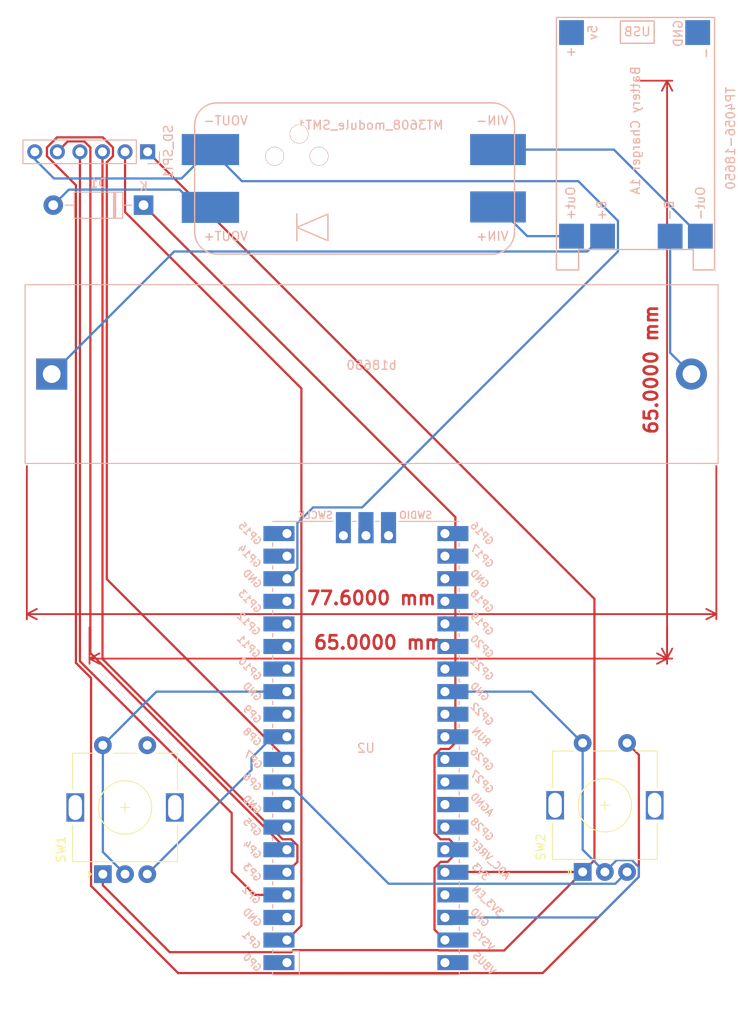
<source format=kicad_pcb>
(kicad_pcb (version 20221018) (generator pcbnew)
  (layers (0 "F.Cu" signal) (31 "B.Cu" signal) (34 "B.Paste" user) (35 "F.Paste" user) (36 "B.SilkS" user "B.Silkscreen") (37 "F.SilkS" user "F.Silkscreen") (38 "B.Mask" user) (39 "F.Mask" user) (44 "Edge.Cuts" user))
  (net 0 "")
  (net 1 "Net-(D1-K)")
  (net 2 "+5V")
  (net 3 "Net-(MT3608_module_SMT1-VIN+)")
  (net 4 "Net-(MT3608_module_SMT1-VIN-)")
  (net 5 "GND")
  (net 8 "Net-(TP4056-18650-B+)")
  (net 9 "Net-(TP4056-18650-B-)")
  (net 36 "+3.3V")
  (net 37 "Net-(SD_SPI1-MISO)")
  (net 38 "Net-(SD_SPI1-CLK)")
  (net 39 "Net-(SD_SPI1-MOSI)")
  (net 40 "Net-(SD_SPI1-cs)")
  (net 41 "Net-(U2-GPIO8)")
  (net 42 "Net-(U2-GPIO9)")
  (net 43 "Net-(U2-GPIO6)")
  (net 44 "Net-(U2-GPIO7)")
  (footprint "Rotary_Encoder:RotaryEncoder_Alps_EC11E-Switch_Vertical_H20mm" (layer "F.Cu") (at 113.5 151.25 90)
    (fp_text reference "SW1" (at 2.8 -4.7 90) (layer "F.SilkS"))
    (fp_text value "RotaryEncoder_Switch")
    (fp_line (start -0.3 -1.6) (end 0.3 -1.6) (stroke (width 0.12)) (layer "F.SilkS"))
    (fp_line (start 0 -1.3) (end -0.3 -1.6) (stroke (width 0.12)) (layer "F.SilkS"))
    (fp_line (start 0.3 -1.6) (end 0 -1.3) (stroke (width 0.12)) (layer "F.SilkS"))
    (fp_line (start 1.4 -3.4) (end 1.4 8.4) (stroke (width 0.12)) (layer "F.SilkS"))
    (fp_line (start 5.5 -3.4) (end 1.4 -3.4) (stroke (width 0.12)) (layer "F.SilkS"))
    (fp_line (start 5.5 8.4) (end 1.4 8.4) (stroke (width 0.12)) (layer "F.SilkS"))
    (fp_line (start 7 2.5) (end 8 2.5) (stroke (width 0.12)) (layer "F.SilkS"))
    (fp_line (start 7.5 2) (end 7.5 3) (stroke (width 0.12)) (layer "F.SilkS"))
    (fp_line (start 9.5 -3.4) (end 13.6 -3.4) (stroke (width 0.12)) (layer "F.SilkS"))
    (fp_line (start 13.6 -3.4) (end 13.6 -1) (stroke (width 0.12)) (layer "F.SilkS"))
    (fp_line (start 13.6 1.2) (end 13.6 3.8) (stroke (width 0.12)) (layer "F.SilkS"))
    (fp_line (start 13.6 6) (end 13.6 8.4) (stroke (width 0.12)) (layer "F.SilkS"))
    (fp_line (start 13.6 8.4) (end 9.5 8.4) (stroke (width 0.12)) (layer "F.SilkS"))
    (fp_circle (center 7.5 2.5) (end 10.5 2.5) (stroke (width 0.12)) (fill none) (layer "F.SilkS"))
    (pad "A" thru_hole rect (at 0 0 90) (size 2 2) (drill 1) (layers "*.Cu" "*.Mask") (net 36 "+3.3V"))
    (pad "B" thru_hole circle (at 0 5 90) (size 2 2) (drill 1) (layers "*.Cu" "*.Mask") (net 41 "Net-(U2-GPIO8)"))
    (pad "C" thru_hole circle (at 0 2.5 90) (size 2 2) (drill 1) (layers "*.Cu" "*.Mask") (net 5 "GND"))
    (pad "MP" thru_hole rect (at 7.5 -3.1 90) (size 3.2 2) (drill oval 2.8 1.5) (layers "*.Cu" "*.Mask"))
    (pad "MP" thru_hole rect (at 7.5 8.1 90) (size 3.2 2) (drill oval 2.8 1.5) (layers "*.Cu" "*.Mask"))
    (pad "S1" thru_hole circle (at 14.5 5 90) (size 2 2) (drill 1) (layers "*.Cu" "*.Mask") (net 42 "Net-(U2-GPIO9)"))
    (pad "S2" thru_hole circle (at 14.5 0 90) (size 2 2) (drill 1) (layers "*.Cu" "*.Mask") (net 5 "GND"))
  )
  (footprint "Rotary_Encoder:RotaryEncoder_Alps_EC11E-Switch_Vertical_H20mm" (layer "F.Cu") (at 167.5 151 90)
    (fp_text reference "SW2" (at 2.8 -4.7 90) (layer "F.SilkS"))
    (fp_text value "RotaryEncoder_Switch")
    (fp_line (start -0.3 -1.6) (end 0.3 -1.6) (stroke (width 0.12)) (layer "F.SilkS"))
    (fp_line (start 0 -1.3) (end -0.3 -1.6) (stroke (width 0.12)) (layer "F.SilkS"))
    (fp_line (start 0.3 -1.6) (end 0 -1.3) (stroke (width 0.12)) (layer "F.SilkS"))
    (fp_line (start 1.4 -3.4) (end 1.4 8.4) (stroke (width 0.12)) (layer "F.SilkS"))
    (fp_line (start 5.5 -3.4) (end 1.4 -3.4) (stroke (width 0.12)) (layer "F.SilkS"))
    (fp_line (start 5.5 8.4) (end 1.4 8.4) (stroke (width 0.12)) (layer "F.SilkS"))
    (fp_line (start 7 2.5) (end 8 2.5) (stroke (width 0.12)) (layer "F.SilkS"))
    (fp_line (start 7.5 2) (end 7.5 3) (stroke (width 0.12)) (layer "F.SilkS"))
    (fp_line (start 9.5 -3.4) (end 13.6 -3.4) (stroke (width 0.12)) (layer "F.SilkS"))
    (fp_line (start 13.6 -3.4) (end 13.6 -1) (stroke (width 0.12)) (layer "F.SilkS"))
    (fp_line (start 13.6 1.2) (end 13.6 3.8) (stroke (width 0.12)) (layer "F.SilkS"))
    (fp_line (start 13.6 6) (end 13.6 8.4) (stroke (width 0.12)) (layer "F.SilkS"))
    (fp_line (start 13.6 8.4) (end 9.5 8.4) (stroke (width 0.12)) (layer "F.SilkS"))
    (fp_circle (center 7.5 2.5) (end 10.5 2.5) (stroke (width 0.12)) (fill none) (layer "F.SilkS"))
    (pad "A" thru_hole rect (at 0 0 90) (size 2 2) (drill 1) (layers "*.Cu" "*.Mask") (net 36 "+3.3V"))
    (pad "B" thru_hole circle (at 0 5 90) (size 2 2) (drill 1) (layers "*.Cu" "*.Mask") (net 43 "Net-(U2-GPIO6)"))
    (pad "C" thru_hole circle (at 0 2.5 90) (size 2 2) (drill 1) (layers "*.Cu" "*.Mask") (net 5 "GND"))
    (pad "MP" thru_hole rect (at 7.5 -3.1 90) (size 3.2 2) (drill oval 2.8 1.5) (layers "*.Cu" "*.Mask"))
    (pad "MP" thru_hole rect (at 7.5 8.1 90) (size 3.2 2) (drill oval 2.8 1.5) (layers "*.Cu" "*.Mask"))
    (pad "S1" thru_hole circle (at 14.5 5 90) (size 2 2) (drill 1) (layers "*.Cu" "*.Mask") (net 44 "Net-(U2-GPIO7)"))
    (pad "S2" thru_hole circle (at 14.5 0 90) (size 2 2) (drill 1) (layers "*.Cu" "*.Mask") (net 5 "GND"))
  )
  (footprint "Diode_THT:D_DO-41_SOD81_P10.16mm_Horizontal" (layer "B.Cu") (at 118.08 76 180)
    (fp_text reference "D1" (at 5.08 2.47) (layer "B.SilkS") (effects (justify mirror)))
    (fp_text value "D_Schottky")
    (fp_text user "K" (at 0 2.1) (layer "B.SilkS") (effects (justify mirror)))
    (fp_line (start 1.34 0) (end 2.36 0) (stroke (width 0.12)) (layer "B.SilkS"))
    (fp_line (start 2.36 -1.47) (end 7.8 -1.47) (stroke (width 0.12)) (layer "B.SilkS"))
    (fp_line (start 2.36 1.47) (end 2.36 -1.47) (stroke (width 0.12)) (layer "B.SilkS"))
    (fp_line (start 3.14 1.47) (end 3.14 -1.47) (stroke (width 0.12)) (layer "B.SilkS"))
    (fp_line (start 3.26 1.47) (end 3.26 -1.47) (stroke (width 0.12)) (layer "B.SilkS"))
    (fp_line (start 3.38 1.47) (end 3.38 -1.47) (stroke (width 0.12)) (layer "B.SilkS"))
    (fp_line (start 7.8 -1.47) (end 7.8 1.47) (stroke (width 0.12)) (layer "B.SilkS"))
    (fp_line (start 7.8 1.47) (end 2.36 1.47) (stroke (width 0.12)) (layer "B.SilkS"))
    (fp_line (start 8.82 0) (end 7.8 0) (stroke (width 0.12)) (layer "B.SilkS"))
    (pad "1" thru_hole rect (at 0 0 180) (size 2.2 2.2) (drill 1.1) (layers "*.Cu" "*.Mask") (net 1 "Net-(D1-K)"))
    (pad "2" thru_hole oval (at 10.16 0 180) (size 2.2 2.2) (drill 1.1) (layers "*.Cu" "*.Mask") (net 2 "+5V"))
  )
  (footprint "Battery:BatteryHolder_MPD_BH-18650-PC2" (layer "B.Cu") (at 107.745 95)
    (fp_text reference "b18650" (at 36 -1) (layer "B.SilkS") (effects (justify mirror)))
    (fp_text value "~")
    (fp_line (start -3 -10.05) (end -3 10.05) (stroke (width 0.12)) (layer "B.SilkS"))
    (fp_line (start -3 10.05) (end 75 10.05) (stroke (width 0.12)) (layer "B.SilkS"))
    (fp_line (start 75 -10.05) (end -3 -10.05) (stroke (width 0.12)) (layer "B.SilkS"))
    (fp_line (start 75 10.05) (end 75 -10.05) (stroke (width 0.12)) (layer "B.SilkS"))
    (pad "" np_thru_hole circle (at 8.645 0) (size 3.2 3.2) (drill 3.2) (layers "*.Cu" "*.Mask"))
    (pad "" np_thru_hole circle (at 64.255 0) (size 3.2 3.2) (drill 3.2) (layers "*.Cu" "*.Mask"))
    (pad "1" thru_hole rect (at 0 0) (size 3.5 3.5) (drill 2) (layers "*.Cu" "*.Mask") (net 8 "Net-(TP4056-18650-B+)"))
    (pad "2" thru_hole circle (at 72 0) (size 3.5 3.5) (drill 2) (layers "*.Cu" "*.Mask") (net 9 "Net-(TP4056-18650-B-)"))
  )
  (footprint "Library:RPi_Pico_SMD_TH" (layer "B.Cu") (at 143.11 137.07)
    (fp_text reference "U2" (at 0 0) (layer "B.SilkS") (effects (justify mirror)))
    (fp_text value "Pico")
    (fp_text user "GP20" (at 13.054 -11.43 135) (layer "B.SilkS") (effects (font (size 0.8 0.8)) (justify mirror)))
    (fp_text user "GP16" (at 13.054 -24.13 135) (layer "B.SilkS") (effects (font (size 0.8 0.8)) (justify mirror)))
    (fp_text user "GP1" (at -12.9 21.6 135) (layer "B.SilkS") (effects (font (size 0.8 0.8)) (justify mirror)))
    (fp_text user "GP11" (at -13.2 -11.43 135) (layer "B.SilkS") (effects (font (size 0.8 0.8)) (justify mirror)))
    (fp_text user "GP5" (at -12.8 8.89 135) (layer "B.SilkS") (effects (font (size 0.8 0.8)) (justify mirror)))
    (fp_text user "SWDIO" (at 5.6 -26.2) (layer "B.SilkS") (effects (font (size 0.8 0.8)) (justify mirror)))
    (fp_text user "GND" (at 12.8 19.05 135) (layer "B.SilkS") (effects (font (size 0.8 0.8)) (justify mirror)))
    (fp_text user "GP17" (at 13.054 -21.59 135) (layer "B.SilkS") (effects (font (size 0.8 0.8)) (justify mirror)))
    (fp_text user "3V3_EN" (at 13.7 17.2 135) (layer "B.SilkS") (effects (font (size 0.8 0.8)) (justify mirror)))
    (fp_text user "GND" (at -12.8 6.35 135) (layer "B.SilkS") (effects (font (size 0.8 0.8)) (justify mirror)))
    (fp_text user "GP4" (at -12.8 11.43 135) (layer "B.SilkS") (effects (font (size 0.8 0.8)) (justify mirror)))
    (fp_text user "GND" (at -12.8 19.05 135) (layer "B.SilkS") (effects (font (size 0.8 0.8)) (justify mirror)))
    (fp_text user "GP9" (at -12.8 -3.81 135) (layer "B.SilkS") (effects (font (size 0.8 0.8)) (justify mirror)))
    (fp_text user "GP21" (at 13.054 -8.9 135) (layer "B.SilkS") (effects (font (size 0.8 0.8)) (justify mirror)))
    (fp_text user "AGND" (at 13.054 6.35 135) (layer "B.SilkS") (effects (font (size 0.8 0.8)) (justify mirror)))
    (fp_text user "GP14" (at -13.1 -21.59 135) (layer "B.SilkS") (effects (font (size 0.8 0.8)) (justify mirror)))
    (fp_text user "RUN" (at 13 -1.27 135) (layer "B.SilkS") (effects (font (size 0.8 0.8)) (justify mirror)))
    (fp_text user "GP26" (at 13.054 1.27 135) (layer "B.SilkS") (effects (font (size 0.8 0.8)) (justify mirror)))
    (fp_text user "GP13" (at -13.054 -16.51 135) (layer "B.SilkS") (effects (font (size 0.8 0.8)) (justify mirror)))
    (fp_text user "GP22" (at 13.054 -3.81 135) (layer "B.SilkS") (effects (font (size 0.8 0.8)) (justify mirror)))
    (fp_text user "GP0" (at -12.8 24.13 135) (layer "B.SilkS") (effects (font (size 0.8 0.8)) (justify mirror)))
    (fp_text user "VSYS" (at 13.2 21.59 135) (layer "B.SilkS") (effects (font (size 0.8 0.8)) (justify mirror)))
    (fp_text user "GP2" (at -12.9 16.51 135) (layer "B.SilkS") (effects (font (size 0.8 0.8)) (justify mirror)))
    (fp_text user "GND" (at -12.8 -19.05 135) (layer "B.SilkS") (effects (font (size 0.8 0.8)) (justify mirror)))
    (fp_text user "ADC_VREF" (at 14 12.5 135) (layer "B.SilkS") (effects (font (size 0.8 0.8)) (justify mirror)))
    (fp_text user "GP18" (at 13.054 -16.51 135) (layer "B.SilkS") (effects (font (size 0.8 0.8)) (justify mirror)))
    (fp_text user "GP6" (at -12.8 3.81 135) (layer "B.SilkS") (effects (font (size 0.8 0.8)) (justify mirror)))
    (fp_text user "GP3" (at -12.8 13.97 135) (layer "B.SilkS") (effects (font (size 0.8 0.8)) (justify mirror)))
    (fp_text user "GP10" (at -13.054 -8.89 135) (layer "B.SilkS") (effects (font (size 0.8 0.8)) (justify mirror)))
    (fp_text user "3V3" (at 12.9 13.9 135) (layer "B.SilkS") (effects (font (size 0.8 0.8)) (justify mirror)))
    (fp_text user "GP28" (at 13.054 9.144 135) (layer "B.SilkS") (effects (font (size 0.8 0.8)) (justify mirror)))
    (fp_text user "GP7" (at -12.7 1.3 135) (layer "B.SilkS") (effects (font (size 0.8 0.8)) (justify mirror)))
    (fp_text user "VBUS" (at 13.3 24.2 135) (layer "B.SilkS") (effects (font (size 0.8 0.8)) (justify mirror)))
    (fp_text user "GP27" (at 13.054 3.8 135) (layer "B.SilkS") (effects (font (size 0.8 0.8)) (justify mirror)))
    (fp_text user "GND" (at 12.8 -19.05 135) (layer "B.SilkS") (effects (font (size 0.8 0.8)) (justify mirror)))
    (fp_text user "GP19" (at 13.054 -13.97 135) (layer "B.SilkS") (effects (font (size 0.8 0.8)) (justify mirror)))
    (fp_text user "GP15" (at -13.054 -24.13 135) (layer "B.SilkS") (effects (font (size 0.8 0.8)) (justify mirror)))
    (fp_text user "GND" (at -12.8 -6.35 135) (layer "B.SilkS") (effects (font (size 0.8 0.8)) (justify mirror)))
    (fp_text user "GP8" (at -12.8 -1.27 135) (layer "B.SilkS") (effects (font (size 0.8 0.8)) (justify mirror)))
    (fp_text user "SWCLK" (at -5.7 -26.2) (layer "B.SilkS") (effects (font (size 0.8 0.8)) (justify mirror)))
    (fp_text user "GP12" (at -13.2 -13.97 135) (layer "B.SilkS") (effects (font (size 0.8 0.8)) (justify mirror)))
    (fp_text user "GND" (at 12.8 -6.35 135) (layer "B.SilkS") (effects (font (size 0.8 0.8)) (justify mirror)))
    (fp_line (start -10.5 -22.7) (end -10.5 -23.1) (stroke (width 0.12)) (layer "B.SilkS"))
    (fp_line (start -10.5 -20.1) (end -10.5 -20.5) (stroke (width 0.12)) (layer "B.SilkS"))
    (fp_line (start -10.5 -17.6) (end -10.5 -18) (stroke (width 0.12)) (layer "B.SilkS"))
    (fp_line (start -10.5 -15.1) (end -10.5 -15.5) (stroke (width 0.12)) (layer "B.SilkS"))
    (fp_line (start -10.5 -12.5) (end -10.5 -12.9) (stroke (width 0.12)) (layer "B.SilkS"))
    (fp_line (start -10.5 -10) (end -10.5 -10.4) (stroke (width 0.12)) (layer "B.SilkS"))
    (fp_line (start -10.5 -7.4) (end -10.5 -7.8) (stroke (width 0.12)) (layer "B.SilkS"))
    (fp_line (start -10.5 -4.9) (end -10.5 -5.3) (stroke (width 0.12)) (layer "B.SilkS"))
    (fp_line (start -10.5 -2.3) (end -10.5 -2.7) (stroke (width 0.12)) (layer "B.SilkS"))
    (fp_line (start -10.5 0.2) (end -10.5 -0.2) (stroke (width 0.12)) (layer "B.SilkS"))
    (fp_line (start -10.5 2.7) (end -10.5 2.3) (stroke (width 0.12)) (layer "B.SilkS"))
    (fp_line (start -10.5 5.3) (end -10.5 4.9) (stroke (width 0.12)) (layer "B.SilkS"))
    (fp_line (start -10.5 7.8) (end -10.5 7.4) (stroke (width 0.12)) (layer "B.SilkS"))
    (fp_line (start -10.5 10.4) (end -10.5 10) (stroke (width 0.12)) (layer "B.SilkS"))
    (fp_line (start -10.5 12.9) (end -10.5 12.5) (stroke (width 0.12)) (layer "B.SilkS"))
    (fp_line (start -10.5 15.4) (end -10.5 15) (stroke (width 0.12)) (layer "B.SilkS"))
    (fp_line (start -10.5 18) (end -10.5 17.6) (stroke (width 0.12)) (layer "B.SilkS"))
    (fp_line (start -10.5 20.5) (end -10.5 20.1) (stroke (width 0.12)) (layer "B.SilkS"))
    (fp_line (start -10.5 22.833) (end -7.493 22.833) (stroke (width 0.12)) (layer "B.SilkS"))
    (fp_line (start -10.5 23.1) (end -10.5 22.7) (stroke (width 0.12)) (layer "B.SilkS"))
    (fp_line (start -10.5 25.5) (end -10.5 25.2) (stroke (width 0.12)) (layer "B.SilkS"))
    (fp_line (start -10.5 25.5) (end 10.5 25.5) (stroke (width 0.12)) (layer "B.SilkS"))
    (fp_line (start -7.493 22.833) (end -7.493 25.5) (stroke (width 0.12)) (layer "B.SilkS"))
    (fp_line (start -3.7 -25.5) (end -10.5 -25.5) (stroke (width 0.12)) (layer "B.SilkS"))
    (fp_line (start -1.5 -25.5) (end -1.1 -25.5) (stroke (width 0.12)) (layer "B.SilkS"))
    (fp_line (start 1.1 -25.5) (end 1.5 -25.5) (stroke (width 0.12)) (layer "B.SilkS"))
    (fp_line (start 10.5 -25.5) (end 3.7 -25.5) (stroke (width 0.12)) (layer "B.SilkS"))
    (fp_line (start 10.5 -22.7) (end 10.5 -23.1) (stroke (width 0.12)) (layer "B.SilkS"))
    (fp_line (start 10.5 -20.1) (end 10.5 -20.5) (stroke (width 0.12)) (layer "B.SilkS"))
    (fp_line (start 10.5 -17.6) (end 10.5 -18) (stroke (width 0.12)) (layer "B.SilkS"))
    (fp_line (start 10.5 -15.1) (end 10.5 -15.5) (stroke (width 0.12)) (layer "B.SilkS"))
    (fp_line (start 10.5 -12.5) (end 10.5 -12.9) (stroke (width 0.12)) (layer "B.SilkS"))
    (fp_line (start 10.5 -10) (end 10.5 -10.4) (stroke (width 0.12)) (layer "B.SilkS"))
    (fp_line (start 10.5 -7.4) (end 10.5 -7.8) (stroke (width 0.12)) (layer "B.SilkS"))
    (fp_line (start 10.5 -4.9) (end 10.5 -5.3) (stroke (width 0.12)) (layer "B.SilkS"))
    (fp_line (start 10.5 -2.3) (end 10.5 -2.7) (stroke (width 0.12)) (layer "B.SilkS"))
    (fp_line (start 10.5 0.2) (end 10.5 -0.2) (stroke (width 0.12)) (layer "B.SilkS"))
    (fp_line (start 10.5 2.7) (end 10.5 2.3) (stroke (width 0.12)) (layer "B.SilkS"))
    (fp_line (start 10.5 5.3) (end 10.5 4.9) (stroke (width 0.12)) (layer "B.SilkS"))
    (fp_line (start 10.5 7.8) (end 10.5 7.4) (stroke (width 0.12)) (layer "B.SilkS"))
    (fp_line (start 10.5 10.4) (end 10.5 10) (stroke (width 0.12)) (layer "B.SilkS"))
    (fp_line (start 10.5 12.9) (end 10.5 12.5) (stroke (width 0.12)) (layer "B.SilkS"))
    (fp_line (start 10.5 15.4) (end 10.5 15) (stroke (width 0.12)) (layer "B.SilkS"))
    (fp_line (start 10.5 18) (end 10.5 17.6) (stroke (width 0.12)) (layer "B.SilkS"))
    (fp_line (start 10.5 20.5) (end 10.5 20.1) (stroke (width 0.12)) (layer "B.SilkS"))
    (fp_line (start 10.5 23.1) (end 10.5 22.7) (stroke (width 0.12)) (layer "B.SilkS"))
    (fp_line (start 10.5 25.5) (end 10.5 25.2) (stroke (width 0.12)) (layer "B.SilkS"))
    (pad "" np_thru_hole oval (at -2.725 24) (size 1.8 1.8) (drill 1.8) (layers "*.Cu" "*.Mask"))
    (pad "" np_thru_hole oval (at -2.425 20.97) (size 1.5 1.5) (drill 1.5) (layers "*.Cu" "*.Mask"))
    (pad "" np_thru_hole oval (at 2.425 20.97) (size 1.5 1.5) (drill 1.5) (layers "*.Cu" "*.Mask"))
    (pad "" np_thru_hole oval (at 2.725 24) (size 1.8 1.8) (drill 1.8) (layers "*.Cu" "*.Mask"))
    (pad "1" thru_hole oval (at -8.89 24.13) (size 1.7 1.7) (drill 1.02) (layers "*.Cu" "*.Mask"))
    (pad "1" smd rect (at -8.89 24.13) (size 3.5 1.7) (drill (offset -0.9 0)) (layers "B.Cu" "B.Mask"))
    (pad "2" thru_hole oval (at -8.89 21.59) (size 1.7 1.7) (drill 1.02) (layers "*.Cu" "*.Mask") (net 40 "Net-(SD_SPI1-cs)"))
    (pad "2" smd rect (at -8.89 21.59) (size 3.5 1.7) (drill (offset -0.9 0)) (layers "B.Cu" "B.Mask") (net 40 "Net-(SD_SPI1-cs)"))
    (pad "3" thru_hole rect (at -8.89 19.05) (size 1.7 1.7) (drill 1.02) (layers "*.Cu" "*.Mask") (net 5 "GND"))
    (pad "3" smd rect (at -8.89 19.05) (size 3.5 1.7) (drill (offset -0.9 0)) (layers "B.Cu" "B.Mask") (net 5 "GND"))
    (pad "4" thru_hole oval (at -8.89 16.51) (size 1.7 1.7) (drill 1.02) (layers "*.Cu" "*.Mask") (net 38 "Net-(SD_SPI1-CLK)"))
    (pad "4" smd rect (at -8.89 16.51) (size 3.5 1.7) (drill (offset -0.9 0)) (layers "B.Cu" "B.Mask") (net 38 "Net-(SD_SPI1-CLK)"))
    (pad "5" thru_hole oval (at -8.89 13.97) (size 1.7 1.7) (drill 1.02) (layers "*.Cu" "*.Mask") (net 39 "Net-(SD_SPI1-MOSI)"))
    (pad "5" smd rect (at -8.89 13.97) (size 3.5 1.7) (drill (offset -0.9 0)) (layers "B.Cu" "B.Mask") (net 39 "Net-(SD_SPI1-MOSI)"))
    (pad "6" thru_hole oval (at -8.89 11.43) (size 1.7 1.7) (drill 1.02) (layers "*.Cu" "*.Mask") (net 37 "Net-(SD_SPI1-MISO)"))
    (pad "6" smd rect (at -8.89 11.43) (size 3.5 1.7) (drill (offset -0.9 0)) (layers "B.Cu" "B.Mask") (net 37 "Net-(SD_SPI1-MISO)"))
    (pad "7" thru_hole oval (at -8.89 8.89) (size 1.7 1.7) (drill 1.02) (layers "*.Cu" "*.Mask"))
    (pad "7" smd rect (at -8.89 8.89) (size 3.5 1.7) (drill (offset -0.9 0)) (layers "B.Cu" "B.Mask"))
    (pad "8" thru_hole rect (at -8.89 6.35) (size 1.7 1.7) (drill 1.02) (layers "*.Cu" "*.Mask") (net 5 "GND"))
    (pad "8" smd rect (at -8.89 6.35) (size 3.5 1.7) (drill (offset -0.9 0)) (layers "B.Cu" "B.Mask") (net 5 "GND"))
    (pad "9" thru_hole oval (at -8.89 3.81) (size 1.7 1.7) (drill 1.02) (layers "*.Cu" "*.Mask") (net 43 "Net-(U2-GPIO6)"))
    (pad "9" smd rect (at -8.89 3.81) (size 3.5 1.7) (drill (offset -0.9 0)) (layers "B.Cu" "B.Mask") (net 43 "Net-(U2-GPIO6)"))
    (pad "10" thru_hole oval (at -8.89 1.27) (size 1.7 1.7) (drill 1.02) (layers "*.Cu" "*.Mask") (net 44 "Net-(U2-GPIO7)"))
    (pad "10" smd rect (at -8.89 1.27) (size 3.5 1.7) (drill (offset -0.9 0)) (layers "B.Cu" "B.Mask") (net 44 "Net-(U2-GPIO7)"))
    (pad "11" thru_hole oval (at -8.89 -1.27) (size 1.7 1.7) (drill 1.02) (layers "*.Cu" "*.Mask") (net 41 "Net-(U2-GPIO8)"))
    (pad "11" smd rect (at -8.89 -1.27) (size 3.5 1.7) (drill (offset -0.9 0)) (layers "B.Cu" "B.Mask") (net 41 "Net-(U2-GPIO8)"))
    (pad "12" thru_hole oval (at -8.89 -3.81) (size 1.7 1.7) (drill 1.02) (layers "*.Cu" "*.Mask") (net 42 "Net-(U2-GPIO9)"))
    (pad "12" smd rect (at -8.89 -3.81) (size 3.5 1.7) (drill (offset -0.9 0)) (layers "B.Cu" "B.Mask") (net 42 "Net-(U2-GPIO9)"))
    (pad "13" thru_hole rect (at -8.89 -6.35) (size 1.7 1.7) (drill 1.02) (layers "*.Cu" "*.Mask") (net 5 "GND"))
    (pad "13" smd rect (at -8.89 -6.35) (size 3.5 1.7) (drill (offset -0.9 0)) (layers "B.Cu" "B.Mask") (net 5 "GND"))
    (pad "14" thru_hole oval (at -8.89 -8.89) (size 1.7 1.7) (drill 1.02) (layers "*.Cu" "*.Mask"))
    (pad "14" smd rect (at -8.89 -8.89) (size 3.5 1.7) (drill (offset -0.9 0)) (layers "B.Cu" "B.Mask"))
    (pad "15" thru_hole oval (at -8.89 -11.43) (size 1.7 1.7) (drill 1.02) (layers "*.Cu" "*.Mask"))
    (pad "15" smd rect (at -8.89 -11.43) (size 3.5 1.7) (drill (offset -0.9 0)) (layers "B.Cu" "B.Mask"))
    (pad "16" thru_hole oval (at -8.89 -13.97) (size 1.7 1.7) (drill 1.02) (layers "*.Cu" "*.Mask"))
    (pad "16" smd rect (at -8.89 -13.97) (size 3.5 1.7) (drill (offset -0.9 0)) (layers "B.Cu" "B.Mask"))
    (pad "17" thru_hole oval (at -8.89 -16.51) (size 1.7 1.7) (drill 1.02) (layers "*.Cu" "*.Mask"))
    (pad "17" smd rect (at -8.89 -16.51) (size 3.5 1.7) (drill (offset -0.9 0)) (layers "B.Cu" "B.Mask"))
    (pad "18" thru_hole rect (at -8.89 -19.05) (size 1.7 1.7) (drill 1.02) (layers "*.Cu" "*.Mask") (net 5 "GND"))
    (pad "18" smd rect (at -8.89 -19.05) (size 3.5 1.7) (drill (offset -0.9 0)) (layers "B.Cu" "B.Mask") (net 5 "GND"))
    (pad "19" thru_hole oval (at -8.89 -21.59) (size 1.7 1.7) (drill 1.02) (layers "*.Cu" "*.Mask"))
    (pad "19" smd rect (at -8.89 -21.59) (size 3.5 1.7) (drill (offset -0.9 0)) (layers "B.Cu" "B.Mask"))
    (pad "20" thru_hole oval (at -8.89 -24.13) (size 1.7 1.7) (drill 1.02) (layers "*.Cu" "*.Mask"))
    (pad "20" smd rect (at -8.89 -24.13) (size 3.5 1.7) (drill (offset -0.9 0)) (layers "B.Cu" "B.Mask"))
    (pad "21" thru_hole oval (at 8.89 -24.13) (size 1.7 1.7) (drill 1.02) (layers "*.Cu" "*.Mask"))
    (pad "21" smd rect (at 8.89 -24.13) (size 3.5 1.7) (drill (offset 0.9 0)) (layers "B.Cu" "B.Mask"))
    (pad "22" thru_hole oval (at 8.89 -21.59) (size 1.7 1.7) (drill 1.02) (layers "*.Cu" "*.Mask"))
    (pad "22" smd rect (at 8.89 -21.59) (size 3.5 1.7) (drill (offset 0.9 0)) (layers "B.Cu" "B.Mask"))
    (pad "23" thru_hole rect (at 8.89 -19.05) (size 1.7 1.7) (drill 1.02) (layers "*.Cu" "*.Mask") (net 5 "GND"))
    (pad "23" smd rect (at 8.89 -19.05) (size 3.5 1.7) (drill (offset 0.9 0)) (layers "B.Cu" "B.Mask") (net 5 "GND"))
    (pad "24" thru_hole oval (at 8.89 -16.51) (size 1.7 1.7) (drill 1.02) (layers "*.Cu" "*.Mask"))
    (pad "24" smd rect (at 8.89 -16.51) (size 3.5 1.7) (drill (offset 0.9 0)) (layers "B.Cu" "B.Mask"))
    (pad "25" thru_hole oval (at 8.89 -13.97) (size 1.7 1.7) (drill 1.02) (layers "*.Cu" "*.Mask"))
    (pad "25" smd rect (at 8.89 -13.97) (size 3.5 1.7) (drill (offset 0.9 0)) (layers "B.Cu" "B.Mask"))
    (pad "26" thru_hole oval (at 8.89 -11.43) (size 1.7 1.7) (drill 1.02) (layers "*.Cu" "*.Mask"))
    (pad "26" smd rect (at 8.89 -11.43) (size 3.5 1.7) (drill (offset 0.9 0)) (layers "B.Cu" "B.Mask"))
    (pad "27" thru_hole oval (at 8.89 -8.89) (size 1.7 1.7) (drill 1.02) (layers "*.Cu" "*.Mask"))
    (pad "27" smd rect (at 8.89 -8.89) (size 3.5 1.7) (drill (offset 0.9 0)) (layers "B.Cu" "B.Mask"))
    (pad "28" thru_hole rect (at 8.89 -6.35) (size 1.7 1.7) (drill 1.02) (layers "*.Cu" "*.Mask") (net 5 "GND"))
    (pad "28" smd rect (at 8.89 -6.35) (size 3.5 1.7) (drill (offset 0.9 0)) (layers "B.Cu" "B.Mask") (net 5 "GND"))
    (pad "29" thru_hole oval (at 8.89 -3.81) (size 1.7 1.7) (drill 1.02) (layers "*.Cu" "*.Mask"))
    (pad "29" smd rect (at 8.89 -3.81) (size 3.5 1.7) (drill (offset 0.9 0)) (layers "B.Cu" "B.Mask"))
    (pad "30" thru_hole oval (at 8.89 -1.27) (size 1.7 1.7) (drill 1.02) (layers "*.Cu" "*.Mask"))
    (pad "30" smd rect (at 8.89 -1.27) (size 3.5 1.7) (drill (offset 0.9 0)) (layers "B.Cu" "B.Mask"))
    (pad "31" thru_hole oval (at 8.89 1.27) (size 1.7 1.7) (drill 1.02) (layers "*.Cu" "*.Mask"))
    (pad "31" smd rect (at 8.89 1.27) (size 3.5 1.7) (drill (offset 0.9 0)) (layers "B.Cu" "B.Mask"))
    (pad "32" thru_hole oval (at 8.89 3.81) (size 1.7 1.7) (drill 1.02) (layers "*.Cu" "*.Mask"))
    (pad "32" smd rect (at 8.89 3.81) (size 3.5 1.7) (drill (offset 0.9 0)) (layers "B.Cu" "B.Mask"))
    (pad "33" thru_hole rect (at 8.89 6.35) (size 1.7 1.7) (drill 1.02) (layers "*.Cu" "*.Mask"))
    (pad "33" smd rect (at 8.89 6.35) (size 3.5 1.7) (drill (offset 0.9 0)) (layers "B.Cu" "B.Mask"))
    (pad "34" thru_hole oval (at 8.89 8.89) (size 1.7 1.7) (drill 1.02) (layers "*.Cu" "*.Mask"))
    (pad "34" smd rect (at 8.89 8.89) (size 3.5 1.7) (drill (offset 0.9 0)) (layers "B.Cu" "B.Mask"))
    (pad "35" thru_hole oval (at 8.89 11.43) (size 1.7 1.7) (drill 1.02) (layers "*.Cu" "*.Mask"))
    (pad "35" smd rect (at 8.89 11.43) (size 3.5 1.7) (drill (offset 0.9 0)) (layers "B.Cu" "B.Mask"))
    (pad "36" thru_hole oval (at 8.89 13.97) (size 1.7 1.7) (drill 1.02) (layers "*.Cu" "*.Mask") (net 36 "+3.3V"))
    (pad "36" smd rect (at 8.89 13.97) (size 3.5 1.7) (drill (offset 0.9 0)) (layers "B.Cu" "B.Mask") (net 36 "+3.3V"))
    (pad "37" thru_hole oval (at 8.89 16.51) (size 1.7 1.7) (drill 1.02) (layers "*.Cu" "*.Mask"))
    (pad "37" smd rect (at 8.89 16.51) (size 3.5 1.7) (drill (offset 0.9 0)) (layers "B.Cu" "B.Mask"))
    (pad "38" thru_hole rect (at 8.89 19.05) (size 1.7 1.7) (drill 1.02) (layers "*.Cu" "*.Mask") (net 5 "GND"))
    (pad "38" smd rect (at 8.89 19.05) (size 3.5 1.7) (drill (offset 0.9 0)) (layers "B.Cu" "B.Mask") (net 5 "GND"))
    (pad "39" thru_hole oval (at 8.89 21.59) (size 1.7 1.7) (drill 1.02) (layers "*.Cu" "*.Mask") (net 1 "Net-(D1-K)"))
    (pad "39" smd rect (at 8.89 21.59) (size 3.5 1.7) (drill (offset 0.9 0)) (layers "B.Cu" "B.Mask") (net 1 "Net-(D1-K)"))
    (pad "40" thru_hole oval (at 8.89 24.13) (size 1.7 1.7) (drill 1.02) (layers "*.Cu" "*.Mask"))
    (pad "40" smd rect (at 8.89 24.13) (size 3.5 1.7) (drill (offset 0.9 0)) (layers "B.Cu" "B.Mask"))
    (pad "41" thru_hole oval (at -2.54 -23.9) (size 1.7 1.7) (drill 1.02) (layers "*.Cu" "*.Mask"))
    (pad "41" smd rect (at -2.54 -23.9 270) (size 3.5 1.7) (drill (offset -0.9 0)) (layers "B.Cu" "B.Mask"))
    (pad "42" thru_hole rect (at 0 -23.9) (size 1.7 1.7) (drill 1.02) (layers "*.Cu" "*.Mask"))
    (pad "42" smd rect (at 0 -23.9 270) (size 3.5 1.7) (drill (offset -0.9 0)) (layers "B.Cu" "B.Mask"))
    (pad "43" thru_hole oval (at 2.54 -23.9) (size 1.7 1.7) (drill 1.02) (layers "*.Cu" "*.Mask"))
    (pad "43" smd rect (at 2.54 -23.9 270) (size 3.5 1.7) (drill (offset -0.9 0)) (layers "B.Cu" "B.Mask"))
  )
  (footprint "Library:MT3608_module_SMT" (layer "B.Cu") (at 143.3325 73)
    (fp_text reference "MT3608_module_SMT1" (at 0.25 -6) (layer "B.SilkS") (effects (justify mirror)))
    (fp_text value "~")
    (fp_text user "VIN-" (at 14 -6.5) (layer "B.SilkS") (effects (justify mirror)))
    (fp_text user "VOUT+" (at -16 6.5) (layer "B.SilkS") (effects (justify mirror)))
    (fp_text user "VOUT-" (at -16 -6.5) (layer "B.SilkS") (effects (justify mirror)))
    (fp_text user "VIN+" (at 14 6.5) (layer "B.SilkS") (effects (justify mirror)))
    (fp_line (start -19.5 6) (end -19.5 -6) (stroke (width 0.15)) (layer "B.SilkS"))
    (fp_line (start -17 -8.5) (end 14 -8.5) (stroke (width 0.15)) (layer "B.SilkS"))
    (fp_line (start -8 5.5) (end -4.5 7) (stroke (width 0.15)) (layer "B.SilkS"))
    (fp_line (start -8 7) (end -8 4) (stroke (width 0.15)) (layer "B.SilkS"))
    (fp_line (start -4.5 4) (end -8 5.5) (stroke (width 0.15)) (layer "B.SilkS"))
    (fp_line (start -4.5 7) (end -4.5 4) (stroke (width 0.15)) (layer "B.SilkS"))
    (fp_line (start 14 8.5) (end -17 8.5) (stroke (width 0.15)) (layer "B.SilkS"))
    (fp_line (start 16.5 -6) (end 16.5 6) (stroke (width 0.15)) (layer "B.SilkS"))
    (fp_arc (start -19.5 -6) (mid -18.767767 -7.767767) (end -17 -8.5) (stroke (width 0.15)) (layer "B.SilkS"))
    (fp_arc (start -17 8.5) (mid -18.767767 7.767767) (end -19.5 6) (stroke (width 0.15)) (layer "B.SilkS"))
    (fp_arc (start 14 -8.5) (mid 15.767767 -7.767767) (end 16.5 -6) (stroke (width 0.15)) (layer "B.SilkS"))
    (fp_arc (start 16.5 6) (mid 15.767767 7.767767) (end 14 8.5) (stroke (width 0.15)) (layer "B.SilkS"))
    (pad "" thru_hole circle (at -10.5 -2.5) (size 2.1 2.1) (drill 2) (layers "*.Cu" "*.Mask" "B.SilkS"))
    (pad "" thru_hole circle (at -7.75 -5) (size 2.1 2.1) (drill 2) (layers "*.Cu" "*.Mask" "B.SilkS"))
    (pad "" thru_hole circle (at -5.5 -2.5) (size 2.1 2.1) (drill 2) (layers "*.Cu" "*.Mask" "B.SilkS"))
    (pad "1" smd rect (at 14.64 3.2 180) (size 6.28 3.5) (layers "B.Cu" "B.Paste" "B.Mask") (net 3 "Net-(MT3608_module_SMT1-VIN+)"))
    (pad "2" smd rect (at 14.64 -3.25 180) (size 6.28 3.5) (layers "B.Cu" "B.Paste" "B.Mask") (net 4 "Net-(MT3608_module_SMT1-VIN-)"))
    (pad "3" smd rect (at -17.7275 -3.25 180) (size 6.455 3.5) (layers "B.Cu" "B.Paste" "B.Mask") (net 5 "GND"))
    (pad "4" smd rect (at -17.7275 3.25 180) (size 6.455 3.5) (layers "B.Cu" "B.Paste" "B.Mask") (net 2 "+5V"))
  )
  (footprint "Library:TP4056-18650" (layer "B.Cu") (at 164.545 54.8875 -90)
    (fp_text reference "TP4056-18650" (at 13.6 -19.6 90) (layer "B.SilkS") (effects (justify mirror)))
    (fp_text value "~")
    (fp_text user "Battery Charger 1A" (at 12.7 -8.9 90) (layer "B.SilkS") (effects (justify mirror)))
    (fp_text user "B-" (at 21.7 -12.7 90) (layer "B.SilkS") (effects (justify mirror)))
    (fp_text user "Out-" (at 20.9 -16.2 90) (layer "B.SilkS") (effects (justify mirror)))
    (fp_text user "Out+" (at 20.9 -1.6 90) (layer "B.SilkS") (effects (justify mirror)))
    (fp_text user "B+" (at 21.7 -5.1 90) (layer "B.SilkS") (effects (justify mirror)))
    (fp_text user "GND" (at 1.8 -13.7 90) (layer "B.SilkS") (effects (justify mirror)))
    (fp_text user "+" (at 3.9 -1.6 90) (layer "B.SilkS") (effects (justify mirror)))
    (fp_text user "-" (at 4 -16.8 90) (layer "B.SilkS") (effects (justify mirror)))
    (fp_text user "5v" (at 1.7 -4.1 90) (layer "B.SilkS") (effects (justify mirror)))
    (fp_text user "USB" (at 1.6 -9.1 -360) (layer "B.SilkS") (effects (justify mirror)))
    (fp_line (start 0 -17.8) (end 0 0) (stroke (width 0.15)) (layer "B.SilkS"))
    (fp_line (start 0 0) (end 26.3 0) (stroke (width 0.15)) (layer "B.SilkS"))
    (fp_line (start 0.4 -11) (end 0.4 -7.3) (stroke (width 0.15)) (layer "B.SilkS"))
    (fp_line (start 0.4 -7.2) (end 2.9 -7.2) (stroke (width 0.15)) (layer "B.SilkS"))
    (fp_line (start 2.9 -11) (end 0.4 -11) (stroke (width 0.15)) (layer "B.SilkS"))
    (fp_line (start 2.9 -7.2) (end 2.9 -11) (stroke (width 0.15)) (layer "B.SilkS"))
    (fp_line (start 26.1 -15.4) (end 26.4 -15.4) (stroke (width 0.15)) (layer "B.SilkS"))
    (fp_line (start 26.1 -2.5) (end 26.1 -15.4) (stroke (width 0.15)) (layer "B.SilkS"))
    (fp_line (start 26.3 -15.4) (end 28.4 -15.4) (stroke (width 0.15)) (layer "B.SilkS"))
    (fp_line (start 26.3 0) (end 28.4 0) (stroke (width 0.15)) (layer "B.SilkS"))
    (fp_line (start 28.4 -17.8) (end 0 -17.8) (stroke (width 0.15)) (layer "B.SilkS"))
    (fp_line (start 28.4 -15.7) (end 28.4 -17.8) (stroke (width 0.15)) (layer "B.SilkS"))
    (fp_line (start 28.4 -15.4) (end 28.4 -15.7) (stroke (width 0.15)) (layer "B.SilkS"))
    (fp_line (start 28.4 -2.5) (end 26.1 -2.5) (stroke (width 0.15)) (layer "B.SilkS"))
    (fp_line (start 28.4 0) (end 28.4 -2.5) (stroke (width 0.15)) (layer "B.SilkS"))
    (pad "1" smd rect (at 1.7 -1.7 270) (size 2.8 2.8) (layers "B.Cu" "B.Paste" "B.Mask"))
    (pad "2" smd rect (at 1.7 -15.9 270) (size 2.8 2.8) (layers "B.Cu" "B.Paste" "B.Mask"))
    (pad "3" smd rect (at 24.6 -1.7 270) (size 2.8 2.8) (layers "B.Cu" "B.Paste" "B.Mask") (net 3 "Net-(MT3608_module_SMT1-VIN+)"))
    (pad "4" smd rect (at 24.6 -16.2 270) (size 2.8 2.8) (layers "B.Cu" "B.Paste" "B.Mask") (net 4 "Net-(MT3608_module_SMT1-VIN-)"))
    (pad "5" smd rect (at 24.6 -5.2 270) (size 2.8 2.8) (layers "B.Cu" "B.Paste" "B.Mask") (net 8 "Net-(TP4056-18650-B+)"))
    (pad "6" smd rect (at 24.6 -12.8 270) (size 2.8 2.8) (layers "B.Cu" "B.Paste" "B.Mask") (net 9 "Net-(TP4056-18650-B-)"))
  )
  (footprint "Connector_PinHeader_2.54mm:PinHeader_1x06_P2.54mm_Vertical" (layer "B.Cu") (at 118.54 70 90)
    (fp_text reference "SD_SPI1" (at 0 2.33 90) (layer "B.SilkS") (effects (justify mirror)))
    (fp_text value "~")
    (fp_line (start -1.33 -14.03) (end 1.33 -14.03) (stroke (width 0.12)) (layer "B.SilkS"))
    (fp_line (start -1.33 -1.27) (end -1.33 -14.03) (stroke (width 0.12)) (layer "B.SilkS"))
    (fp_line (start -1.33 -1.27) (end 1.33 -1.27) (stroke (width 0.12)) (layer "B.SilkS"))
    (fp_line (start -1.33 0) (end -1.33 1.33) (stroke (width 0.12)) (layer "B.SilkS"))
    (fp_line (start -1.33 1.33) (end 0 1.33) (stroke (width 0.12)) (layer "B.SilkS"))
    (fp_line (start 1.33 -1.27) (end 1.33 -14.03) (stroke (width 0.12)) (layer "B.SilkS"))
    (pad "1" thru_hole rect (at 0 0 90) (size 1.7 1.7) (drill 1) (layers "*.Cu" "*.Mask") (net 36 "+3.3V"))
    (pad "2" thru_hole oval (at 0 -2.54 90) (size 1.7 1.7) (drill 1) (layers "*.Cu" "*.Mask") (net 40 "Net-(SD_SPI1-cs)"))
    (pad "3" thru_hole oval (at 0 -5.08 90) (size 1.7 1.7) (drill 1) (layers "*.Cu" "*.Mask") (net 39 "Net-(SD_SPI1-MOSI)"))
    (pad "4" thru_hole oval (at 0 -7.62 90) (size 1.7 1.7) (drill 1) (layers "*.Cu" "*.Mask") (net 38 "Net-(SD_SPI1-CLK)"))
    (pad "5" thru_hole oval (at 0 -10.16 90) (size 1.7 1.7) (drill 1) (layers "*.Cu" "*.Mask") (net 37 "Net-(SD_SPI1-MISO)"))
    (pad "6" thru_hole oval (at 0 -12.7 90) (size 1.7 1.7) (drill 1) (layers "*.Cu" "*.Mask") (net 5 "GND"))
  )
  (dimension (type aligned) (layer "F.Cu") (pts (xy 104.945 104.85) (xy 182.545 104.85)) (height 17.149999) (gr_text "77.6000 mm" (at 143.745 120.199999) (layer "F.Cu") (effects (font (size 1.5 1.5) (thickness 0.3)))) (format (prefix "") (suffix "") (units 3) (units_format 1) (precision 4)) (style (thickness 0.2) (arrow_length 1.27) (text_position_mode 0) (extension_height 0.58642) (extension_offset 0.5) keep_text_aligned))
  (dimension (type aligned) (layer "F.Cu") (pts (xy 173.000001 127) (xy 173.000001 62)) (height 3.999999) (gr_text "65.0000 mm" (at 175.2 94.5 90) (layer "F.Cu") (effects (font (size 1.5 1.5) (thickness 0.3)))) (format (prefix "") (suffix "") (units 3) (units_format 1) (precision 4)) (style (thickness 0.2) (arrow_length 1.27) (text_position_mode 0) (extension_height 0.58642) (extension_offset 0.5) keep_text_aligned))
  (dimension (type aligned) (layer "F.Cu") (pts (xy 112 123.000001) (xy 177 123.000001)) (height 3.999999) (gr_text "65.0000 mm" (at 144.5 125.2) (layer "F.Cu") (effects (font (size 1.5 1.5) (thickness 0.3)))) (format (prefix "") (suffix "") (units 3) (units_format 1) (precision 4)) (style (thickness 0.2) (arrow_length 1.27) (text_position_mode 0) (extension_height 0.58642) (extension_offset 0.5) keep_text_aligned))
  (segment (start 150.825 146.636701) (end 151.513299 147.325) (width 0.25) (layer "F.Cu") (net 1))
  (segment (start 152.486701 137.165) (end 151.513299 137.165) (width 0.25) (layer "F.Cu") (net 1))
  (segment (start 118.08 76) (end 153.175 111.095) (width 0.25) (layer "F.Cu") (net 1))
  (segment (start 153.175 136.476701) (end 152.486701 137.165) (width 0.25) (layer "F.Cu") (net 1))
  (segment (start 153.175 111.095) (end 153.175 136.476701) (width 0.25) (layer "F.Cu") (net 1))
  (segment (start 153.175 148.986701) (end 152.296701 149.865) (width 0.25) (layer "F.Cu") (net 1))
  (segment (start 150.825 137.853299) (end 150.825 146.636701) (width 0.25) (layer "F.Cu") (net 1))
  (segment (start 150.825 157.485) (end 152 158.66) (width 0.25) (layer "F.Cu") (net 1))
  (segment (start 151.513299 147.325) (end 152.486701 147.325) (width 0.25) (layer "F.Cu") (net 1))
  (segment (start 151.513299 137.165) (end 150.825 137.853299) (width 0.25) (layer "F.Cu") (net 1))
  (segment (start 152.486701 147.325) (end 153.175 148.013299) (width 0.25) (layer "F.Cu") (net 1))
  (segment (start 152.296701 149.865) (end 151.513299 149.865) (width 0.25) (layer "F.Cu") (net 1))
  (segment (start 150.825 150.553299) (end 150.825 157.485) (width 0.25) (layer "F.Cu") (net 1))
  (segment (start 151.513299 149.865) (end 150.825 150.553299) (width 0.25) (layer "F.Cu") (net 1))
  (segment (start 153.175 148.013299) (end 153.175 148.986701) (width 0.25) (layer "F.Cu") (net 1))
  (segment (start 124.1275 76.25) (end 122.1275 74.25) (width 0.25) (layer "B.Cu") (net 2))
  (segment (start 109.67 74.25) (end 107.92 76) (width 0.25) (layer "B.Cu") (net 2))
  (segment (start 125.605 76.25) (end 124.1275 76.25) (width 0.25) (layer "B.Cu") (net 2))
  (segment (start 122.1275 74.25) (end 109.67 74.25) (width 0.25) (layer "B.Cu") (net 2))
  (segment (start 166.245 79.4875) (end 161.26 79.4875) (width 0.25) (layer "B.Cu") (net 3))
  (segment (start 161.26 79.4875) (end 157.9725 76.2) (width 0.25) (layer "B.Cu") (net 3))
  (segment (start 171.0075 69.75) (end 180.745 79.4875) (width 0.25) (layer "B.Cu") (net 4))
  (segment (start 157.9725 69.75) (end 171.0075 69.75) (width 0.25) (layer "B.Cu") (net 4))
  (segment (start 113.5 136.75) (end 113.5 148.75) (width 0.25) (layer "B.Cu") (net 5))
  (segment (start 125.605 69.75) (end 129.1575 73.3025) (width 0.25) (layer "B.Cu") (net 5))
  (segment (start 170 151) (end 167.5 148.5) (width 0.25) (layer "B.Cu") (net 5))
  (segment (start 119.53 130.72) (end 134.22 130.72) (width 0.25) (layer "B.Cu") (net 5))
  (segment (start 137.16 110) (end 135.395 111.765) (width 0.25) (layer "B.Cu") (net 5))
  (segment (start 108 73) (end 105.84 70.84) (width 0.25) (layer "B.Cu") (net 5))
  (segment (start 173.825 151.548833) (end 173.825 150.451167) (width 0.25) (layer "B.Cu") (net 5))
  (segment (start 171.47 81.2125) (end 142.6825 110) (width 0.25) (layer "B.Cu") (net 5))
  (segment (start 169.253833 156.12) (end 173.825 151.548833) (width 0.25) (layer "B.Cu") (net 5))
  (segment (start 152 156.12) (end 169.253833 156.12) (width 0.25) (layer "B.Cu") (net 5))
  (segment (start 171.325 149.675) (end 170 151) (width 0.25) (layer "B.Cu") (net 5))
  (segment (start 113.5 148.75) (end 116 151.25) (width 0.25) (layer "B.Cu") (net 5))
  (segment (start 167.5 136.5) (end 161.72 130.72) (width 0.25) (layer "B.Cu") (net 5))
  (segment (start 129.1575 73.3025) (end 167.01 73.3025) (width 0.25) (layer "B.Cu") (net 5))
  (segment (start 173.825 150.451167) (end 173.048833 149.675) (width 0.25) (layer "B.Cu") (net 5))
  (segment (start 122.355 73) (end 108 73) (width 0.25) (layer "B.Cu") (net 5))
  (segment (start 125.605 69.75) (end 122.355 73) (width 0.25) (layer "B.Cu") (net 5))
  (segment (start 105.84 70.84) (end 105.84 70) (width 0.25) (layer "B.Cu") (net 5))
  (segment (start 113.5 136.75) (end 119.53 130.72) (width 0.25) (layer "B.Cu") (net 5))
  (segment (start 171.47 77.7625) (end 171.47 81.2125) (width 0.25) (layer "B.Cu") (net 5))
  (segment (start 142.6825 110) (end 137.16 110) (width 0.25) (layer "B.Cu") (net 5))
  (segment (start 135.395 111.765) (end 135.395 116.845) (width 0.25) (layer "B.Cu") (net 5))
  (segment (start 167.5 148.5) (end 167.5 136.5) (width 0.25) (layer "B.Cu") (net 5))
  (segment (start 173.048833 149.675) (end 171.325 149.675) (width 0.25) (layer "B.Cu") (net 5))
  (segment (start 152.12 156) (end 152 156.12) (width 0.25) (layer "B.Cu") (net 5))
  (segment (start 135.395 116.845) (end 134.22 118.02) (width 0.25) (layer "B.Cu") (net 5))
  (segment (start 167.01 73.3025) (end 171.47 77.7625) (width 0.25) (layer "B.Cu") (net 5))
  (segment (start 161.72 130.72) (end 152 130.72) (width 0.25) (layer "B.Cu") (net 5))
  (segment (start 168.02 81.2125) (end 121.5325 81.2125) (width 0.25) (layer "B.Cu") (net 8))
  (segment (start 121.5325 81.2125) (end 107.745 95) (width 0.25) (layer "B.Cu") (net 8))
  (segment (start 169.745 79.4875) (end 168.02 81.2125) (width 0.25) (layer "B.Cu") (net 8))
  (segment (start 177.345 79.4875) (end 177.345 92.6) (width 0.25) (layer "B.Cu") (net 9))
  (segment (start 177.345 92.6) (end 179.745 95) (width 0.25) (layer "B.Cu") (net 9))
  (segment (start 152 151.04) (end 152.04 151) (width 0.25) (layer "F.Cu") (net 36))
  (segment (start 134.706701 160.025) (end 134.936701 159.795) (width 0.25) (layer "F.Cu") (net 36))
  (segment (start 113.5 152.5) (end 121.025 160.025) (width 0.25) (layer "F.Cu") (net 36))
  (segment (start 134.936701 159.795) (end 151.283299 159.795) (width 0.25) (layer "F.Cu") (net 36))
  (segment (start 158.665 159.835) (end 167.5 151) (width 0.25) (layer "F.Cu") (net 36))
  (segment (start 167.5 151) (end 168.825 149.675) (width 0.25) (layer "F.Cu") (net 36))
  (segment (start 113.5 151.25) (end 113.5 152.5) (width 0.25) (layer "F.Cu") (net 36))
  (segment (start 168.825 120.285) (end 118.54 70) (width 0.25) (layer "F.Cu") (net 36))
  (segment (start 152.04 151) (end 167.5 151) (width 0.25) (layer "F.Cu") (net 36))
  (segment (start 151.283299 159.795) (end 151.323299 159.835) (width 0.25) (layer "F.Cu") (net 36))
  (segment (start 168.825 149.675) (end 168.825 120.285) (width 0.25) (layer "F.Cu") (net 36))
  (segment (start 151.323299 159.835) (end 158.665 159.835) (width 0.25) (layer "F.Cu") (net 36))
  (segment (start 121.025 160.025) (end 134.706701 160.025) (width 0.25) (layer "F.Cu") (net 36))
  (segment (start 109.555 68.825) (end 111.406701 68.825) (width 0.25) (layer "F.Cu") (net 37))
  (segment (start 111.406701 68.825) (end 112.095 69.513299) (width 0.25) (layer "F.Cu") (net 37))
  (segment (start 112.095 126.375) (end 134.22 148.5) (width 0.25) (layer "F.Cu") (net 37))
  (segment (start 112.095 69.513299) (end 112.095 126.375) (width 0.25) (layer "F.Cu") (net 37))
  (segment (start 108.38 70) (end 109.555 68.825) (width 0.25) (layer "F.Cu") (net 37))
  (segment (start 130.58 153.58) (end 134.22 153.58) (width 0.25) (layer "F.Cu") (net 38))
  (segment (start 128 151) (end 130.58 153.58) (width 0.25) (layer "F.Cu") (net 38))
  (segment (start 110.92 70) (end 110.92 127.296167) (width 0.25) (layer "F.Cu") (net 38))
  (segment (start 110.92 127.296167) (end 128 144.376167) (width 0.25) (layer "F.Cu") (net 38))
  (segment (start 128 144.376167) (end 128 151) (width 0.25) (layer "F.Cu") (net 38))
  (segment (start 134.706701 147.325) (end 135.395 148.013299) (width 0.25) (layer "F.Cu") (net 39))
  (segment (start 113.46 70) (end 113.46 127.051701) (width 0.25) (layer "F.Cu") (net 39))
  (segment (start 133.733299 147.325) (end 134.706701 147.325) (width 0.25) (layer "F.Cu") (net 39))
  (segment (start 135.395 148.013299) (end 135.395 149.865) (width 0.25) (layer "F.Cu") (net 39))
  (segment (start 113.46 127.051701) (end 133.733299 147.325) (width 0.25) (layer "F.Cu") (net 39))
  (segment (start 135.395 149.865) (end 134.22 151.04) (width 0.25) (layer "F.Cu") (net 39))
  (segment (start 135.845 157.035) (end 135.845 96.615) (width 0.25) (layer "F.Cu") (net 40))
  (segment (start 135.845 96.615) (end 116 76.77) (width 0.25) (layer "F.Cu") (net 40))
  (segment (start 134.22 158.66) (end 135.845 157.035) (width 0.25) (layer "F.Cu") (net 40))
  (segment (start 116 76.77) (end 116 70) (width 0.25) (layer "F.Cu") (net 40))
  (segment (start 130.235 138.175) (end 132.61 135.8) (width 0.25) (layer "B.Cu") (net 41))
  (segment (start 118.5 151.25) (end 130.235 139.515) (width 0.25) (layer "B.Cu") (net 41))
  (segment (start 130.235 139.515) (end 130.235 138.175) (width 0.25) (layer "B.Cu") (net 41))
  (segment (start 132.61 135.8) (end 134.22 135.8) (width 0.25) (layer "B.Cu") (net 41))
  (segment (start 145.665 152.325) (end 134.22 140.88) (width 0.25) (layer "B.Cu") (net 43))
  (segment (start 171.175 152.325) (end 145.665 152.325) (width 0.25) (layer "B.Cu") (net 43))
  (segment (start 172.5 151) (end 171.175 152.325) (width 0.25) (layer "B.Cu") (net 43))
  (segment (start 113.946701 118.066701) (end 134.22 138.34) (width 0.25) (layer "F.Cu") (net 44))
  (segment (start 113.496701 68.375) (end 114.635 69.513299) (width 0.25) (layer "F.Cu") (net 44))
  (segment (start 173.825 137.825) (end 173.825 151.548833) (width 0.25) (layer "F.Cu") (net 44))
  (segment (start 107.205 70.486701) (end 107.205 69.513299) (width 0.25) (layer "F.Cu") (net 44))
  (segment (start 114.635 69.513299) (end 114.635 70.486701) (width 0.25) (layer "F.Cu") (net 44))
  (segment (start 113.946701 71.175) (end 113.946701 118.066701) (width 0.25) (layer "F.Cu") (net 44))
  (segment (start 110.47 73.751701) (end 107.205 70.486701) (width 0.25) (layer "F.Cu") (net 44))
  (segment (start 110.47 127.482563) (end 110.47 73.751701) (width 0.25) (layer "F.Cu") (net 44))
  (segment (start 162.998833 162.375) (end 121.975 162.375) (width 0.25) (layer "F.Cu") (net 44))
  (segment (start 107.205 69.513299) (end 108.343299 68.375) (width 0.25) (layer "F.Cu") (net 44))
  (segment (start 112.175 129.187563) (end 110.47 127.482563) (width 0.25) (layer "F.Cu") (net 44))
  (segment (start 173.825 151.548833) (end 162.998833 162.375) (width 0.25) (layer "F.Cu") (net 44))
  (segment (start 121.975 162.375) (end 112.175 152.575) (width 0.25) (layer "F.Cu") (net 44))
  (segment (start 112.175 152.575) (end 112.175 129.187563) (width 0.25) (layer "F.Cu") (net 44))
  (segment (start 172.5 136.5) (end 173.825 137.825) (width 0.25) (layer "F.Cu") (net 44))
  (segment (start 108.343299 68.375) (end 113.496701 68.375) (width 0.25) (layer "F.Cu") (net 44))
  (segment (start 114.635 70.486701) (end 113.946701 71.175) (width 0.25) (layer "F.Cu") (net 44))
)
</source>
